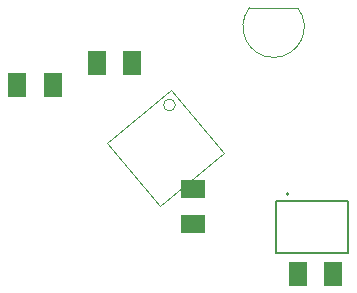
<source format=gbp>
G04 Layer_Color=128*
%FSLAX24Y24*%
%MOIN*%
G70*
G01*
G75*
%ADD11R,0.0787X0.0591*%
%ADD12R,0.0591X0.0787*%
%ADD17C,0.0079*%
%ADD18C,0.0039*%
%ADD19C,0.0050*%
D11*
X7434Y3991D02*
D03*
Y2809D02*
D03*
D12*
X1594Y7450D02*
D03*
X2775D02*
D03*
X5425Y8200D02*
D03*
X4244D02*
D03*
X12125Y1150D02*
D03*
X10944D02*
D03*
D17*
X10633Y3824D02*
G03*
X10633Y3824I-39J0D01*
G01*
D02*
G03*
X10633Y3824I-39J0D01*
G01*
D18*
X6857Y6792D02*
G03*
X6857Y6792I-197J0D01*
G01*
X9328Y10030D02*
G03*
X10941Y10030I807J-630D01*
G01*
X4593Y5520D02*
X6704Y7291D01*
X6364Y3409D02*
X8476Y5180D01*
X6704Y7291D02*
X8476Y5180D01*
X4593Y5520D02*
X6364Y3409D01*
X9328Y10030D02*
X10941D01*
D19*
X10223Y1846D02*
X12624D01*
X10223D02*
Y3575D01*
X12624D01*
Y1846D02*
Y3575D01*
X10223Y1846D02*
X12624D01*
X10223D02*
Y3575D01*
X12624D01*
Y1846D02*
Y3575D01*
M02*

</source>
